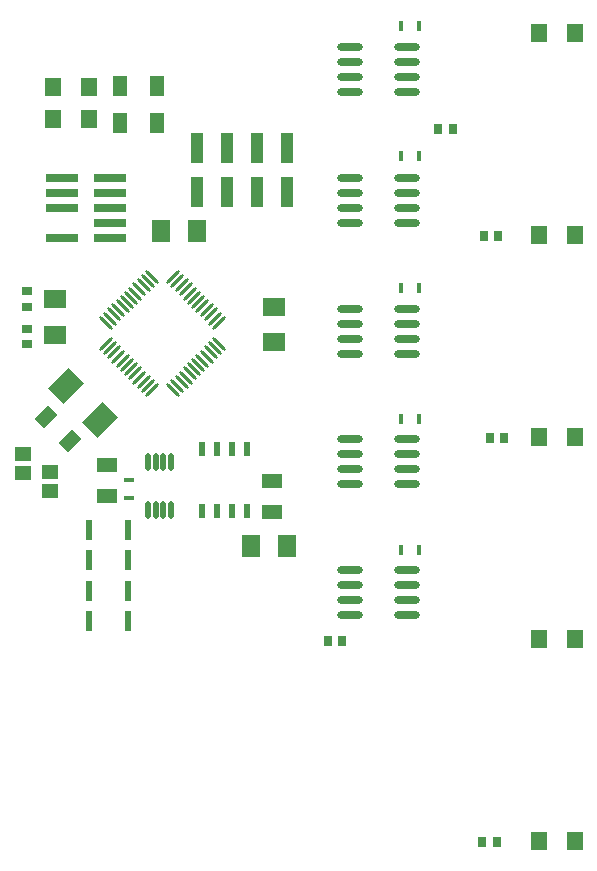
<source format=gbr>
%TF.GenerationSoftware,Altium Limited,Altium Designer,20.1.12 (249)*%
G04 Layer_Color=8421504*
%FSLAX26Y26*%
%MOIN*%
%TF.SameCoordinates,D7814EA1-E16B-4454-910B-2193EC0156EE*%
%TF.FilePolarity,Positive*%
%TF.FileFunction,Paste,Top*%
%TF.Part,Single*%
G01*
G75*
%TA.AperFunction,SMDPad,CuDef*%
G04:AMPARAMS|DCode=10|XSize=21.654mil|YSize=49.213mil|CornerRadius=1.949mil|HoleSize=0mil|Usage=FLASHONLY|Rotation=0.000|XOffset=0mil|YOffset=0mil|HoleType=Round|Shape=RoundedRectangle|*
%AMROUNDEDRECTD10*
21,1,0.021654,0.045315,0,0,0.0*
21,1,0.017756,0.049213,0,0,0.0*
1,1,0.003898,0.008878,-0.022657*
1,1,0.003898,-0.008878,-0.022657*
1,1,0.003898,-0.008878,0.022657*
1,1,0.003898,0.008878,0.022657*
%
%ADD10ROUNDEDRECTD10*%
%ADD11R,0.066929X0.045276*%
%ADD12R,0.031496X0.037402*%
%ADD13R,0.055118X0.059055*%
%ADD14R,0.109843X0.029134*%
%ADD15R,0.033465X0.029528*%
G04:AMPARAMS|DCode=16|XSize=74.803mil|YSize=94.488mil|CornerRadius=0mil|HoleSize=0mil|Usage=FLASHONLY|Rotation=315.000|XOffset=0mil|YOffset=0mil|HoleType=Round|Shape=Rectangle|*
%AMROTATEDRECTD16*
4,1,4,-0.059853,-0.006960,0.006960,0.059853,0.059853,0.006960,-0.006960,-0.059853,-0.059853,-0.006960,0.0*
%
%ADD16ROTATEDRECTD16*%

%ADD17R,0.057087X0.051181*%
G04:AMPARAMS|DCode=18|XSize=64.961mil|YSize=43.307mil|CornerRadius=0mil|HoleSize=0mil|Usage=FLASHONLY|Rotation=45.000|XOffset=0mil|YOffset=0mil|HoleType=Round|Shape=Rectangle|*
%AMROTATEDRECTD18*
4,1,4,-0.007656,-0.038278,-0.038278,-0.007656,0.007656,0.038278,0.038278,0.007656,-0.007656,-0.038278,0.0*
%
%ADD18ROTATEDRECTD18*%

G04:AMPARAMS|DCode=19|XSize=9.842mil|YSize=61.024mil|CornerRadius=0mil|HoleSize=0mil|Usage=FLASHONLY|Rotation=135.000|XOffset=0mil|YOffset=0mil|HoleType=Round|Shape=Round|*
%AMOVALD19*
21,1,0.051181,0.009842,0.000000,0.000000,225.0*
1,1,0.009842,0.018095,0.018095*
1,1,0.009842,-0.018095,-0.018095*
%
%ADD19OVALD19*%

G04:AMPARAMS|DCode=20|XSize=9.842mil|YSize=61.024mil|CornerRadius=0mil|HoleSize=0mil|Usage=FLASHONLY|Rotation=45.000|XOffset=0mil|YOffset=0mil|HoleType=Round|Shape=Round|*
%AMOVALD20*
21,1,0.051181,0.009842,0.000000,0.000000,135.0*
1,1,0.009842,0.018095,-0.018095*
1,1,0.009842,-0.018095,0.018095*
%
%ADD20OVALD20*%

%ADD21R,0.017716X0.033465*%
%ADD22R,0.074803X0.059055*%
%ADD23R,0.039370X0.098425*%
%ADD24R,0.059055X0.074803*%
%ADD25O,0.086614X0.023622*%
%ADD26R,0.051181X0.070866*%
%ADD27O,0.017716X0.059055*%
%ADD28R,0.033465X0.017716*%
%ADD29R,0.021654X0.070866*%
D10*
X860000Y1403347D02*
D03*
X810000D02*
D03*
X760000D02*
D03*
X710000D02*
D03*
X860000Y1196654D02*
D03*
X810000D02*
D03*
X760000D02*
D03*
X710000D02*
D03*
D11*
X945000Y1193819D02*
D03*
Y1296181D02*
D03*
X395000Y1248819D02*
D03*
Y1351181D02*
D03*
D12*
X1179606Y765000D02*
D03*
X1130394D02*
D03*
X1547431Y2470000D02*
D03*
X1498218D02*
D03*
X1699606Y2115000D02*
D03*
X1650394D02*
D03*
X1719606Y1440000D02*
D03*
X1670394D02*
D03*
X1694606Y95000D02*
D03*
X1645394D02*
D03*
D13*
X1835945Y2790000D02*
D03*
X1954055D02*
D03*
X1835945Y2116596D02*
D03*
X1954055D02*
D03*
X1835945Y1443192D02*
D03*
X1954055D02*
D03*
X1835945Y769788D02*
D03*
X1954055D02*
D03*
X1835945Y96385D02*
D03*
X1954055D02*
D03*
X334055Y2610000D02*
D03*
X215945D02*
D03*
X334055Y2505000D02*
D03*
X215945D02*
D03*
D14*
X244882Y2309183D02*
D03*
Y2259183D02*
D03*
Y2209183D02*
D03*
Y2109183D02*
D03*
X405118Y2309183D02*
D03*
Y2259183D02*
D03*
Y2209183D02*
D03*
Y2159183D02*
D03*
Y2109183D02*
D03*
D15*
X127313Y1878819D02*
D03*
Y1930000D02*
D03*
X127313Y1754409D02*
D03*
Y1805591D02*
D03*
D16*
X257930Y1613565D02*
D03*
X372070Y1499426D02*
D03*
D17*
X114281Y1388921D02*
D03*
Y1325929D02*
D03*
X205000Y1328921D02*
D03*
Y1265929D02*
D03*
D18*
X191858Y1509670D02*
D03*
X271199Y1430330D02*
D03*
D19*
X391392Y1754033D02*
D03*
X405311Y1740113D02*
D03*
X419231Y1726194D02*
D03*
X433150Y1712275D02*
D03*
X447069Y1698355D02*
D03*
X460989Y1684436D02*
D03*
X474908Y1670516D02*
D03*
X488828Y1656597D02*
D03*
X502747Y1642678D02*
D03*
X516667Y1628758D02*
D03*
X530586Y1614839D02*
D03*
X544505Y1600919D02*
D03*
X768608Y1825022D02*
D03*
X754689Y1838941D02*
D03*
X740769Y1852861D02*
D03*
X726850Y1866780D02*
D03*
X712930Y1880700D02*
D03*
X699011Y1894619D02*
D03*
X685092Y1908539D02*
D03*
X671172Y1922458D02*
D03*
X657253Y1936377D02*
D03*
X643333Y1950297D02*
D03*
X629414Y1964216D02*
D03*
X615495Y1978136D02*
D03*
D20*
Y1600919D02*
D03*
X629414Y1614839D02*
D03*
X643333Y1628758D02*
D03*
X657253Y1642678D02*
D03*
X671172Y1656597D02*
D03*
X685092Y1670516D02*
D03*
X699011Y1684436D02*
D03*
X712930Y1698355D02*
D03*
X726850Y1712275D02*
D03*
X740769Y1726194D02*
D03*
X754689Y1740113D02*
D03*
X768608Y1754033D02*
D03*
X544505Y1978136D02*
D03*
X530586Y1964216D02*
D03*
X516667Y1950297D02*
D03*
X502747Y1936378D02*
D03*
X488828Y1922458D02*
D03*
X474908Y1908539D02*
D03*
X460989Y1894619D02*
D03*
X447069Y1880700D02*
D03*
X433150Y1866780D02*
D03*
X419231Y1852861D02*
D03*
X405311Y1838941D02*
D03*
X391392Y1825022D02*
D03*
D21*
X1434528Y1505000D02*
D03*
X1375473D02*
D03*
Y1940000D02*
D03*
X1434528D02*
D03*
Y1066900D02*
D03*
X1375473D02*
D03*
X1434528Y2815000D02*
D03*
X1375473D02*
D03*
Y2380000D02*
D03*
X1434528D02*
D03*
D22*
X220000Y1904055D02*
D03*
Y1785945D02*
D03*
X950000Y1760945D02*
D03*
Y1879055D02*
D03*
D23*
X795000Y2261152D02*
D03*
Y2406821D02*
D03*
X695000Y2261152D02*
D03*
Y2406821D02*
D03*
X895000D02*
D03*
X995000D02*
D03*
X895000Y2261152D02*
D03*
X995000D02*
D03*
D24*
X875945Y1080000D02*
D03*
X994055D02*
D03*
X575945Y2131821D02*
D03*
X694055D02*
D03*
D25*
X1394488Y1286250D02*
D03*
Y1336250D02*
D03*
Y1386250D02*
D03*
Y1436250D02*
D03*
X1205512Y1286250D02*
D03*
Y1336250D02*
D03*
Y1386250D02*
D03*
Y1436250D02*
D03*
Y1872500D02*
D03*
Y1822500D02*
D03*
Y1772500D02*
D03*
Y1722500D02*
D03*
X1394488Y1872500D02*
D03*
Y1822500D02*
D03*
Y1772500D02*
D03*
Y1722500D02*
D03*
Y850000D02*
D03*
Y900000D02*
D03*
Y950000D02*
D03*
Y1000000D02*
D03*
X1205512Y850000D02*
D03*
Y900000D02*
D03*
Y950000D02*
D03*
Y1000000D02*
D03*
X1394488Y2595000D02*
D03*
Y2645000D02*
D03*
Y2695000D02*
D03*
Y2745000D02*
D03*
X1205512Y2595000D02*
D03*
Y2645000D02*
D03*
Y2695000D02*
D03*
Y2745000D02*
D03*
Y2308750D02*
D03*
Y2258750D02*
D03*
Y2208750D02*
D03*
Y2158750D02*
D03*
X1394488Y2308750D02*
D03*
Y2258750D02*
D03*
Y2208750D02*
D03*
Y2158750D02*
D03*
D26*
X561024Y2490000D02*
D03*
X438976D02*
D03*
X561024Y2615000D02*
D03*
X438976D02*
D03*
D27*
X608386Y1359724D02*
D03*
X582795D02*
D03*
X557205D02*
D03*
X531614D02*
D03*
X608386Y1200276D02*
D03*
X582795D02*
D03*
X557205D02*
D03*
X531614D02*
D03*
D28*
X469439Y1240473D02*
D03*
Y1299528D02*
D03*
D29*
X463976Y931667D02*
D03*
X336024D02*
D03*
X463976Y1033333D02*
D03*
X336024D02*
D03*
X463976Y830000D02*
D03*
X336024D02*
D03*
X463976Y1135000D02*
D03*
X336024D02*
D03*
%TF.MD5,9c0651d93c3c55422c41dc84a6b95f06*%
M02*

</source>
